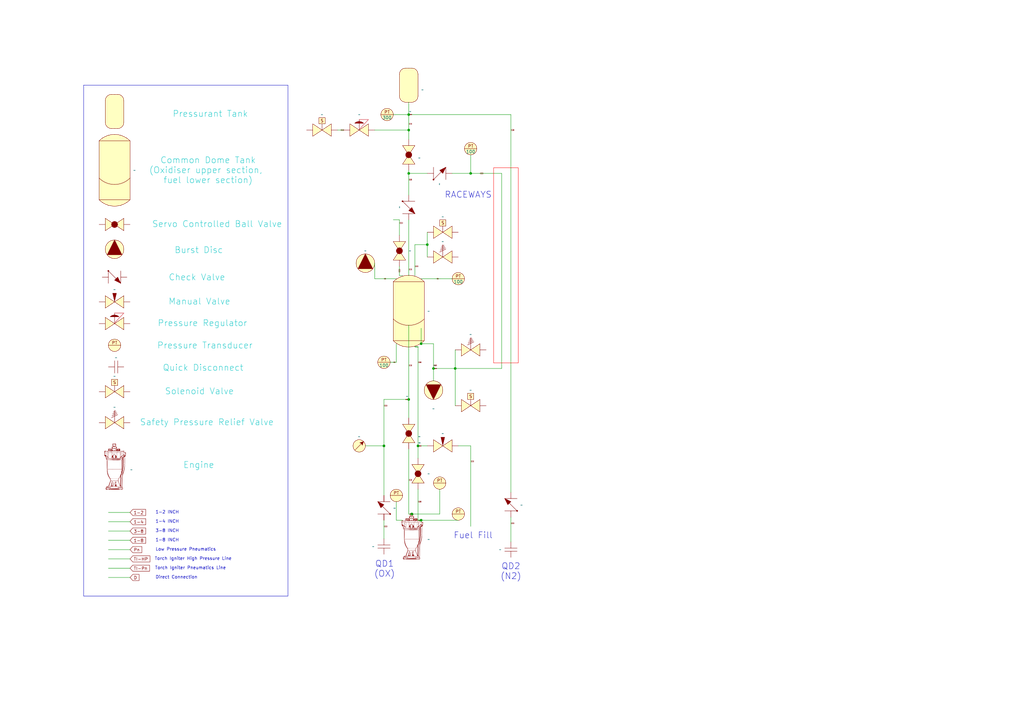
<source format=kicad_sch>
(kicad_sch (version 20250114) (generator "eeschema") (generator_version "9.0")
  (paper "A3")
  (lib_symbols
    (symbol "Ball_Valve_1"
      (property "Reference" "BV" (at 3.81 -4.318 0))
      (symbol "Ball_Valve_1_1_1"
        (pin passive line (at -2.54 0 0) (length 2.54) (name "") (number ""))
        (pin passive line (at 10.16 0 180) (length 2.54) (name "") (number ""))
      )
    )
    (symbol "Ball_Valve_2"
      (property "Reference" "BV" (at 3.81 -4.318 0))
      (symbol "Ball_Valve_2_1_1"
        (pin passive line (at -2.54 0 0) (length 2.54) (name "") (number ""))
        (pin passive line (at 10.16 0 180) (length 2.54) (name "") (number ""))
      )
    )
    (symbol "Ball_Valve_3"
      (property "Reference" "BV" (at 3.81 -4.318 0))
      (symbol "Ball_Valve_3_1_1"
        (pin passive line (at -2.54 0 0) (length 2.54) (name "") (number ""))
        (pin passive line (at 10.16 0 180) (length 2.54) (name "") (number ""))
      )
    )
    (symbol "Ball_Valve_4"
      (property "Reference" "BV" (at 3.81 -4.318 0))
      (symbol "Ball_Valve_4_1_1"
        (pin passive line (at -2.54 0 0) (length 2.54) (name "") (number ""))
        (pin passive line (at 10.16 0 180) (length 2.54) (name "") (number ""))
      )
    )
    (symbol "Burst_Disc_1"
      (property "Reference" "Burst_Disc" (at 0 -5.334 0))
      (symbol "Burst_Disc_1_1_1"
        (pin passive line (at -3.81 0 0) (length 0) (name "") (number ""))
        (pin passive line (at 0 -3.81 90) (length 0) (name "") (number ""))
        (pin passive line (at 3.81 0 180) (length 0) (name "") (number ""))
      )
    )
    (symbol "Burst_Disc_2"
      (property "Reference" "Burst_Disc" (at 0 -5.334 0))
      (symbol "Burst_Disc_2_1_1"
        (pin passive line (at -3.81 0 0) (length 0) (name "") (number ""))
        (pin passive line (at 0 -3.81 90) (length 0) (name "") (number ""))
        (pin passive line (at 3.81 0 180) (length 0) (name "") (number ""))
      )
    )
    (symbol "Check_Valve_1"
      (property "Reference" "CV" (at 2.54 -4.064 0))
      (symbol "Check_Valve_1_1_1"
        (pin bidirectional line (at -2.54 0 0) (length 2.54) (name "") (number ""))
        (pin bidirectional line (at 7.62 0 180) (length 2.54) (name "") (number ""))
      )
    )
    (symbol "Check_Valve_2"
      (property "Reference" "CV" (at 2.54 -4.064 0))
      (symbol "Check_Valve_2_1_1"
        (pin bidirectional line (at -2.54 0 0) (length 2.54) (name "") (number ""))
        (pin bidirectional line (at 7.62 0 180) (length 2.54) (name "") (number ""))
      )
    )
    (symbol "Check_Valve_3"
      (property "Reference" "CV" (at 2.54 -4.064 0))
      (symbol "Check_Valve_3_1_1"
        (pin bidirectional line (at -2.54 0 0) (length 2.54) (name "") (number ""))
        (pin bidirectional line (at 7.62 0 180) (length 2.54) (name "") (number ""))
      )
    )
    (symbol "Check_Valve_4"
      (property "Reference" "CV" (at 2.54 -4.064 0))
      (symbol "Check_Valve_4_1_1"
        (pin bidirectional line (at -2.54 0 0) (length 2.54) (name "") (number ""))
        (pin bidirectional line (at 7.62 0 180) (length 2.54) (name "") (number ""))
      )
    )
    (symbol "Common_Dome_Tank_1" (pin_numbers (hide yes)) (pin_names (hide yes))
      (symbol "Common_Dome_Tank_1_1_1"
        (pin passive line (at -5.08 8.89 270) (length 0) (name "") (number ""))
        (pin passive line (at -5.08 -17.78 90) (length 0) (name "") (number ""))
        (pin passive line (at -2.54 10.16 270) (length 0) (name "") (number ""))
        (pin passive line (at -2.54 -19.05 90) (length 0) (name "") (number ""))
        (pin passive line (at 0 10.16 270) (length 0) (name "") (number ""))
        (pin passive line (at 0 -10.16 90) (length 0) (name "") (number ""))
        (pin passive line (at 2.54 10.16 270) (length 0) (name "") (number ""))
        (pin passive line (at 2.54 -19.05 90) (length 0) (name "") (number ""))
        (pin passive line (at 5.08 8.89 270) (length 0) (name "") (number ""))
        (pin passive line (at 5.08 -17.78 90) (length 0) (name "") (number ""))
      )
    )
    (symbol "Engine_1"
      (property "Reference" "Engine" (at 0 0 0))
      (symbol "Engine_1_1_1"
        (pin input line (at -3.81 3.81 0) (length 0) (name "") (number ""))
        (pin input line (at 0 6.35 0) (length 0) (name "") (number ""))
        (pin input line (at 3.81 3.81 0) (length 0) (name "") (number ""))
      )
    )
    (symbol "Needle_Valve_1"
      (property "Reference" "Needle_Valve" (at 3.556 -3.81 0))
      (symbol "Needle_Valve_1_1_1"
        (pin passive line (at -2.54 0 0) (length 2.54) (name "") (number ""))
        (pin passive line (at 10.16 0 180) (length 2.54) (name "") (number ""))
      )
    )
    (symbol "PID_symbols:Ball_Valve"
      (property "Reference" "BV" (at 3.81 -4.318 0))
      (symbol "Ball_Valve_1_1"
        (pin passive line (at -2.54 0 0) (length 2.54) (name "") (number ""))
        (pin passive line (at 10.16 0 180) (length 2.54) (name "") (number ""))
      )
    )
    (symbol "PID_symbols:Burst_Disc"
      (property "Reference" "Burst_Disc" (at 0 -5.334 0))
      (symbol "Burst_Disc_1_1"
        (pin passive line (at -3.81 0 0) (length 0) (name "") (number ""))
        (pin passive line (at 0 -3.81 90) (length 0) (name "") (number ""))
        (pin passive line (at 3.81 0 180) (length 0) (name "") (number ""))
      )
    )
    (symbol "PID_symbols:Check_Valve"
      (property "Reference" "CV" (at 2.54 -4.064 0))
      (symbol "Check_Valve_1_1"
        (pin bidirectional line (at -2.54 0 0) (length 2.54) (name "") (number ""))
        (pin bidirectional line (at 7.62 0 180) (length 2.54) (name "") (number ""))
      )
    )
    (symbol "PID_symbols:Common_Dome_Tank"
      (symbol "Common_Dome_Tank_1_1"
        (pin passive line (at -5.08 8.89 270) (length 0) (name "") (number ""))
        (pin passive line (at -5.08 -17.78 90) (length 0) (name "") (number ""))
        (pin passive line (at -2.54 10.16 270) (length 0) (name "") (number ""))
        (pin passive line (at -2.54 -19.05 90) (length 0) (name "") (number ""))
        (pin passive line (at 0 10.16 270) (length 0) (name "") (number ""))
        (pin passive line (at 0 -10.16 90) (length 0) (name "") (number ""))
        (pin passive line (at 2.54 10.16 270) (length 0) (name "") (number ""))
        (pin passive line (at 2.54 -19.05 90) (length 0) (name "") (number ""))
        (pin passive line (at 5.08 8.89 270) (length 0) (name "") (number ""))
        (pin passive line (at 5.08 -17.78 90) (length 0) (name "") (number ""))
      )
    )
    (symbol "PID_symbols:Engine"
      (property "Reference" "Engine" (at 0 0 0))
      (symbol "Engine_1_1"
        (pin input line (at -3.81 3.81 0) (length 0) (name "") (number ""))
        (pin input line (at 0 6.35 0) (length 0) (name "") (number ""))
        (pin input line (at 3.81 3.81 0) (length 0) (name "") (number ""))
      )
    )
    (symbol "PID_symbols:Manual_Pressure_Gauge"
      (property "Reference" "Manual_Pressure_Gauge" (at 0 -3.81 0))
      (symbol "Manual_Pressure_Gauge_1_1"
        (pin passive line (at -2.54 0 0) (length 0) (name "") (number ""))
        (pin passive line (at 2.54 0 180) (length 0) (name "") (number ""))
      )
    )
    (symbol "PID_symbols:Needle_Valve"
      (property "Reference" "Needle_Valve" (at 3.556 -3.81 0))
      (symbol "Needle_Valve_1_1"
        (pin passive line (at -2.54 0 0) (length 2.54) (name "") (number ""))
        (pin passive line (at 10.16 0 180) (length 2.54) (name "") (number ""))
      )
    )
    (symbol "PID_symbols:Pressure_Regulator"
      (property "Reference" "Reg" (at 3.81 -2.54 0))
      (symbol "Pressure_Regulator_1_1"
        (pin passive line (at -2.54 0 0) (length 2.54) (name "") (number ""))
        (pin passive line (at 10.16 0 180) (length 2.54) (name "") (number ""))
      )
    )
    (symbol "PID_symbols:Pressure_Transducer"
      (property "Reference" "PT" (at 0 -3.81 0))
      (symbol "Pressure_Transducer_1_1"
        (text "PT\n" (at 0 1.016 0) (effects (font (size 1.27 1.27))))
        (pin passive line (at -2.54 0 0) (length 0) (name "") (number ""))
        (pin passive line (at 0 -2.54 90) (length 0) (name "") (number ""))
        (pin passive line (at 2.54 0 180) (length 0) (name "") (number ""))
      )
    )
    (symbol "PID_symbols:Quick_Disconnect"
      (property "Reference" "QD" (at 0.762 -4.572 0))
      (symbol "Quick_Disconnect_1_1"
        (pin passive line (at -2.54 0 0) (length 2.54) (name "") (number ""))
        (pin passive line (at 3.81 0 180) (length 2.54) (name "") (number ""))
      )
    )
    (symbol "PID_symbols:SPRV"
      (property "Reference" "SPRV" (at 3.556 -3.302 0))
      (symbol "SPRV_1_1"
        (pin passive line (at -2.54 0 0) (length 2.54) (name "") (number ""))
        (pin passive line (at 10.16 0 180) (length 2.54) (name "") (number ""))
      )
    )
    (symbol "PID_symbols:Solenoid"
      (property "Reference" "Solenoid" (at 3.81 -3.81 0))
      (symbol "Solenoid_1_1"
        (text "S\n" (at 3.81 3.81 0) (effects (font (size 1.27 1.27))))
        (pin passive line (at -2.54 0 0) (length 2.54) (name "") (number ""))
        (pin passive line (at 10.16 0 180) (length 2.54) (name "") (number ""))
      )
    )
    (symbol "PID_symbols:Tank"
      (property "Reference" "T" (at 6.35 5.08 0))
      (symbol "Tank_1_1"
        (pin passive line (at 1.27 11.43 270) (length 0) (name "") (number ""))
        (pin passive line (at 1.27 -2.54 90) (length 0) (name "") (number ""))
      )
    )
    (symbol "PID_symbols:stop" (in_bom no) (on_board no)
      (symbol "stop_1_1"
        (pin bidirectional line (at -1.27 0 0) (length 0) (name "") (number ""))
        (pin bidirectional line (at 0 0 180) (length 0) (name "") (number ""))
      )
    )
    (symbol "Pressure_Regulator_1"
      (property "Reference" "Reg" (at 3.81 -2.54 0))
      (symbol "Pressure_Regulator_1_1_1"
        (pin passive line (at -2.54 0 0) (length 2.54) (name "") (number ""))
        (pin passive line (at 10.16 0 180) (length 2.54) (name "") (number ""))
      )
    )
    (symbol "Pressure_Transducer_1"
      (property "Reference" "PT" (at 0 -3.81 0))
      (symbol "Pressure_Transducer_1_1_1"
        (text "PT\n" (at 0 1.016 0) (effects (font (size 1.27 1.27))))
        (pin passive line (at -2.54 0 0) (length 0) (name "") (number ""))
        (pin passive line (at 0 -2.54 90) (length 0) (name "") (number ""))
        (pin passive line (at 2.54 0 180) (length 0) (name "") (number ""))
      )
    )
    (symbol "Pressure_Transducer_2"
      (property "Reference" "PT" (at 0 -3.81 0))
      (symbol "Pressure_Transducer_2_1_1"
        (text "PT\n" (at 0 1.016 0) (effects (font (size 1.27 1.27))))
        (pin passive line (at -2.54 0 0) (length 0) (name "") (number ""))
        (pin passive line (at 0 -2.54 90) (length 0) (name "") (number ""))
        (pin passive line (at 2.54 0 180) (length 0) (name "") (number ""))
      )
    )
    (symbol "Pressure_Transducer_3"
      (property "Reference" "PT" (at 0 -3.81 0))
      (symbol "Pressure_Transducer_3_1_1"
        (text "PT\n" (at 0 1.016 0) (effects (font (size 1.27 1.27))))
        (pin passive line (at -2.54 0 0) (length 0) (name "") (number ""))
        (pin passive line (at 0 -2.54 90) (length 0) (name "") (number ""))
        (pin passive line (at 2.54 0 180) (length 0) (name "") (number ""))
      )
    )
    (symbol "Pressure_Transducer_4"
      (property "Reference" "PT" (at 0 -3.81 0))
      (symbol "Pressure_Transducer_4_1_1"
        (text "PT\n" (at 0 1.016 0) (effects (font (size 1.27 1.27))))
        (pin passive line (at -2.54 0 0) (length 0) (name "") (number ""))
        (pin passive line (at 0 -2.54 90) (length 0) (name "") (number ""))
        (pin passive line (at 2.54 0 180) (length 0) (name "") (number ""))
      )
    )
    (symbol "Pressure_Transducer_5"
      (property "Reference" "PT" (at 0 -3.81 0))
      (symbol "Pressure_Transducer_5_1_1"
        (text "PT\n" (at 0 1.016 0) (effects (font (size 1.27 1.27))))
        (pin passive line (at -2.54 0 0) (length 0) (name "") (number ""))
        (pin passive line (at 0 -2.54 90) (length 0) (name "") (number ""))
        (pin passive line (at 2.54 0 180) (length 0) (name "") (number ""))
      )
    )
    (symbol "Pressure_Transducer_6"
      (property "Reference" "PT" (at 0 -3.81 0))
      (symbol "Pressure_Transducer_6_1_1"
        (text "PT\n" (at 0 1.016 0) (effects (font (size 1.27 1.27))))
        (pin passive line (at -2.54 0 0) (length 0) (name "") (number ""))
        (pin passive line (at 0 -2.54 90) (length 0) (name "") (number ""))
        (pin passive line (at 2.54 0 180) (length 0) (name "") (number ""))
      )
    )
    (symbol "Pressure_Transducer_7"
      (property "Reference" "PT" (at 0 -3.81 0))
      (symbol "Pressure_Transducer_7_1_1"
        (text "PT\n" (at 0 1.016 0) (effects (font (size 1.27 1.27))))
        (pin passive line (at -2.54 0 0) (length 0) (name "") (number ""))
        (pin passive line (at 0 -2.54 90) (length 0) (name "") (number ""))
        (pin passive line (at 2.54 0 180) (length 0) (name "") (number ""))
      )
    )
    (symbol "Quick_Disconnect_1"
      (property "Reference" "QD" (at 0.762 -4.572 0))
      (symbol "Quick_Disconnect_1_1_1"
        (pin passive line (at -2.54 0 0) (length 2.54) (name "") (number ""))
        (pin passive line (at 3.81 0 180) (length 2.54) (name "") (number ""))
      )
    )
    (symbol "Quick_Disconnect_2"
      (property "Reference" "QD" (at 0.762 -4.572 0))
      (symbol "Quick_Disconnect_2_1_1"
        (pin passive line (at -2.54 0 0) (length 2.54) (name "") (number ""))
        (pin passive line (at 3.81 0 180) (length 2.54) (name "") (number ""))
      )
    )
    (symbol "SPRV_1"
      (property "Reference" "SPRV" (at 3.556 -3.302 0))
      (symbol "SPRV_1_1_1"
        (pin passive line (at -2.54 0 0) (length 2.54) (name "") (number ""))
        (pin passive line (at 10.16 0 180) (length 2.54) (name "") (number ""))
      )
    )
    (symbol "SPRV_2"
      (property "Reference" "SPRV" (at 3.556 -3.302 0))
      (symbol "SPRV_2_1_1"
        (pin passive line (at -2.54 0 0) (length 2.54) (name "") (number ""))
        (pin passive line (at 10.16 0 180) (length 2.54) (name "") (number ""))
      )
    )
    (symbol "Solenoid_1"
      (property "Reference" "Solenoid" (at 3.81 -3.81 0))
      (symbol "Solenoid_1_1_1"
        (text "S\n" (at 3.81 3.81 0) (effects (font (size 1.27 1.27))))
        (pin passive line (at -2.54 0 0) (length 2.54) (name "") (number ""))
        (pin passive line (at 10.16 0 180) (length 2.54) (name "") (number ""))
      )
    )
    (symbol "Solenoid_2"
      (property "Reference" "Solenoid" (at 3.81 -3.81 0))
      (symbol "Solenoid_2_1_1"
        (text "S\n" (at 3.81 3.81 0) (effects (font (size 1.27 1.27))))
        (pin passive line (at -2.54 0 0) (length 2.54) (name "") (number ""))
        (pin passive line (at 10.16 0 180) (length 2.54) (name "") (number ""))
      )
    )
    (symbol "Solenoid_3"
      (property "Reference" "Solenoid" (at 3.81 -3.81 0))
      (symbol "Solenoid_3_1_1"
        (text "S\n" (at 3.81 3.81 0) (effects (font (size 1.27 1.27))))
        (pin passive line (at -2.54 0 0) (length 2.54) (name "") (number ""))
        (pin passive line (at 10.16 0 180) (length 2.54) (name "") (number ""))
      )
    )
    (symbol "Tank_1"
      (property "Reference" "T" (at 6.35 5.08 0))
      (symbol "Tank_1_1_1"
        (pin passive line (at 1.27 11.43 270) (length 0) (name "") (number ""))
        (pin passive line (at 1.27 -2.54 90) (length 0) (name "") (number ""))
      )
    )
    (symbol "stop_1" (in_bom no) (on_board no)
      (symbol "stop_1_1_1"
        (pin bidirectional line (at -1.27 0 0) (length 0) (name "") (number ""))
        (pin bidirectional line (at 0 0 180) (length 0) (name "") (number ""))
      )
    )
    (symbol "stop_2" (in_bom no) (on_board no)
      (symbol "stop_2_1_1"
        (pin bidirectional line (at -1.27 0 0) (length 0) (name "") (number ""))
        (pin bidirectional line (at 0 0 180) (length 0) (name "") (number ""))
      )
    )
    (symbol "stop_3" (in_bom no) (on_board no)
      (symbol "stop_3_1_1"
        (pin bidirectional line (at -1.27 0 0) (length 0) (name "") (number ""))
        (pin bidirectional line (at 0 0 180) (length 0) (name "") (number ""))
      )
    )
  )
  (rectangle (start 202.438 68.834) (end 212.598 148.844) (stroke (width 0) (color 255 0 0 1)))
  (rectangle (start 34.29 34.925) (end 118.11 244.475))
  (text "Solenoid Valve" (at 81.788 160.655 0) (effects (font (size 2.54 2.54))))
  (text "Torch Igniter Pneumatics Line" (at 78.105 233.045 0) (effects (font (size 1.27 1.27))))
  (text "Safety Pressure Relief Valve\n" (at 84.836 173.355 0) (effects (font (size 2.54 2.54))))
  (text "Quick Disconnect\n" (at 83.312 151.003 0) (effects (font (size 2.54 2.54))))
  (text "Pressure Transducer" (at 84.074 141.859 0) (effects (font (size 2.54 2.54))))
  (text "1-8 INCH\n" (at 68.58 221.615 0) (effects (font (size 1.27 1.27))))
  (text "3-8 INCH\n" (at 68.58 217.805 0) (effects (font (size 1.27 1.27))))
  (text "Manual Valve" (at 81.788 123.825 0) (effects (font (size 2.54 2.54))))
  (text "1-4 INCH\n" (at 68.58 213.995 0) (effects (font (size 1.27 1.27))))
  (text "QD1\n(OX)\n" (at 157.734 233.426 0) (effects (font (size 2.54 2.54))))
  (text "Fuel Fill\n" (at 194.056 219.71 0) (effects (font (size 2.54 2.54))))
  (text "Direct Connection" (at 72.39 236.855 0) (effects (font (size 1.27 1.27))))
  (text "Engine\n" (at 81.534 190.881 0) (effects (font (size 2.54 2.54))))
  (text "Low Pressure Pneumatics" (at 76.2 225.425 0) (effects (font (size 1.27 1.27))))
  (text " Torch Igniter High Pressure Line" (at 78.74 229.235 0) (effects (font (size 1.27 1.27))))
  (text "1-2 INCH\n" (at 68.58 210.185 0) (effects (font (size 1.27 1.27))))
  (text "QD2\n(N2)\n" (at 209.55 234.442 0) (effects (font (size 2.54 2.54))))
  (text "Common Dome Tank\n(Oxidiser upper section, \nfuel lower section)\n" (at 85.344 69.977 0) (effects (font (size 2.54 2.54))))
  (text "RACEWAYS" (at 192.024 80.01 0) (effects (font (size 2.54 2.54))))
  (junction (at 175.26 100.33))
  (junction (at 172.72 140.97))
  (junction (at 172.72 213.36))
  (junction (at 186.69 151.13))
  (junction (at 167.64 53.34))
  (junction (at 167.64 71.12))
  (junction (at 167.64 46.99))
  (junction (at 177.8 151.13))
  (junction (at 167.64 163.83))
  (junction (at 193.04 71.12))
  (junction (at 157.48 182.88))
  (junction (at 168.91 210.82))
  (junction (at 171.45 182.88))
  (wire (pts (xy 163.83 113.03) (xy 165.1 113.03)))
  (wire (pts (xy 161.29 46.99) (xy 167.64 46.99)))
  (wire (pts (xy 162.56 213.36) (xy 165.1 213.36)))
  (wire (pts (xy 171.45 142.24) (xy 171.45 182.88)))
  (wire (pts (xy 171.45 200.66) (xy 171.45 213.36)))
  (wire (pts (xy 185.42 71.12) (xy 193.04 71.12)))
  (wire (pts (xy 168.91 46.99) (xy 209.55 46.99)))
  (wire (pts (xy 44.45 213.995) (xy 53.34 213.995)))
  (wire (pts (xy 162.56 114.3) (xy 153.67 114.3)))
  (wire (pts (xy 167.64 71.12) (xy 167.64 80.01)))
  (wire (pts (xy 193.04 182.88) (xy 193.04 215.9)))
  (wire (pts (xy 44.45 221.615) (xy 53.34 221.615)))
  (wire (pts (xy 44.45 225.425) (xy 53.34 225.425)))
  (wire (pts (xy 186.69 143.51) (xy 186.69 151.13)))
  (wire (pts (xy 171.45 213.36) (xy 172.72 213.36)) (stroke (width 0.3) (type dash)))
  (wire (pts (xy 175.26 182.88) (xy 172.72 182.88)))
  (wire (pts (xy 175.26 100.33) (xy 175.26 105.41)))
  (wire (pts (xy 171.45 142.24) (xy 170.18 142.24)) (stroke (width 0.3) (type dash)))
  (wire (pts (xy 171.45 182.88) (xy 171.45 187.96)))
  (wire (pts (xy 167.64 184.15) (xy 167.64 210.82)))
  (wire (pts (xy 166.37 163.83) (xy 157.48 163.83)))
  (wire (pts (xy 180.34 200.66) (xy 180.34 210.82)))
  (wire (pts (xy 167.64 69.85) (xy 167.64 71.12)))
  (wire (pts (xy 44.45 217.805) (xy 53.34 217.805)))
  (wire (pts (xy 157.48 163.83) (xy 157.48 182.88)))
  (wire (pts (xy 177.8 151.13) (xy 177.8 156.21)))
  (wire (pts (xy 44.45 233.045) (xy 53.34 233.045)))
  (wire (pts (xy 179.07 151.13) (xy 186.69 151.13)))
  (wire (pts (xy 167.64 163.83) (xy 167.64 171.45)))
  (wire (pts (xy 170.18 100.33) (xy 175.26 100.33)))
  (wire (pts (xy 163.83 90.17) (xy 163.83 96.52)))
  (wire (pts (xy 186.69 151.13) (xy 186.69 166.37)))
  (wire (pts (xy 162.56 148.59) (xy 162.56 140.97)))
  (wire (pts (xy 172.72 134.62) (xy 172.72 140.97)))
  (wire (pts (xy 167.64 210.82) (xy 168.91 210.82)))
  (wire (pts (xy 193.04 71.12) (xy 205.74 71.12)))
  (wire (pts (xy 138.43 53.34) (xy 140.97 53.34)))
  (wire (pts (xy 153.67 53.34) (xy 167.64 53.34)))
  (wire (pts (xy 177.8 140.97) (xy 177.8 151.13)))
  (wire (pts (xy 167.64 46.99) (xy 167.64 53.34)))
  (wire (pts (xy 186.69 151.13) (xy 205.74 151.13)))
  (wire (pts (xy 149.86 182.88) (xy 157.48 182.88)))
  (wire (pts (xy 193.04 63.5) (xy 193.04 71.12)))
  (wire (pts (xy 44.45 210.185) (xy 53.34 210.185)))
  (wire (pts (xy 187.96 182.88) (xy 193.04 182.88)))
  (wire (pts (xy 157.48 182.88) (xy 157.48 203.2)))
  (wire (pts (xy 209.55 46.99) (xy 209.55 201.93)))
  (wire (pts (xy 187.96 213.36) (xy 172.72 213.36)))
  (wire (pts (xy 160.02 148.59) (xy 162.56 148.59)))
  (wire (pts (xy 153.67 114.3) (xy 153.67 107.95)))
  (wire (pts (xy 167.64 133.35) (xy 167.64 163.83)))
  (wire (pts (xy 44.45 236.855) (xy 53.34 236.855)))
  (wire (pts (xy 205.74 71.12) (xy 205.74 151.13)))
  (wire (pts (xy 44.45 229.235) (xy 53.34 229.235)))
  (wire (pts (xy 162.56 205.74) (xy 162.56 213.36)))
  (wire (pts (xy 167.64 57.15) (xy 167.64 53.34)))
  (wire (pts (xy 167.64 41.91) (xy 167.64 46.99)))
  (wire (pts (xy 170.18 113.03) (xy 170.18 100.33)))
  (wire (pts (xy 163.83 109.22) (xy 163.83 113.03)))
  (wire (pts (xy 209.55 212.09) (xy 209.55 222.25)))
  (wire (pts (xy 161.29 90.17) (xy 163.83 90.17)))
  (wire (pts (xy 157.48 213.36) (xy 157.48 220.98)))
  (wire (pts (xy 167.64 90.17) (xy 167.64 113.03)))
  (wire (pts (xy 180.34 210.82) (xy 168.91 210.82)))
  (wire (pts (xy 172.72 140.97) (xy 177.8 140.97)))
  (wire (pts (xy 175.26 100.33) (xy 175.26 95.25)))
  (wire (pts (xy 172.72 114.3) (xy 185.42 114.3)))
  (wire (pts (xy 167.64 71.12) (xy 175.26 71.12)))
  (global_label "TI-HP" (shape input) (at 53.34 229.235 0) (property "Intersheetrefs" "${INTERSHEET_REFS}" (effects (hide yes))))
  (global_label "1-8" (shape input) (at 209.55 53.34 0) (effects (font (size 0.254 0.254))) (property "Intersheetrefs" "${INTERSHEET_REFS}" (effects (hide yes))))
  (global_label "TI-Pn" (shape input) (at 53.34 233.045 0) (property "Intersheetrefs" "${INTERSHEET_REFS}" (effects (hide yes))))
  (global_label "1-4" (shape input) (at 53.34 213.995 0) (property "Intersheetrefs" "${INTERSHEET_REFS}" (effects (hide yes))))
  (global_label "1-2" (shape input) (at 177.8 149.86 0) (effects (font (size 0.254 0.254))) (property "Intersheetrefs" "${INTERSHEET_REFS}" (effects (hide yes))))
  (global_label "1-4" (shape input) (at 163.83 91.44 0) (effects (font (size 0.254 0.254))) (property "Intersheetrefs" "${INTERSHEET_REFS}" (effects (hide yes))))
  (global_label "3-8" (shape input) (at 53.34 217.805 0) (property "Intersheetrefs" "${INTERSHEET_REFS}" (effects (hide yes))))
  (global_label "1-2" (shape input) (at 167.64 149.86 0) (effects (font (size 0.254 0.254))) (property "Intersheetrefs" "${INTERSHEET_REFS}" (effects (hide yes))))
  (global_label "1-4" (shape input) (at 139.7 53.34 0) (effects (font (size 0.254 0.254))) (property "Intersheetrefs" "${INTERSHEET_REFS}" (effects (hide yes))))
  (global_label "1-4" (shape input) (at 157.48 215.9 0) (effects (font (size 0.254 0.254))) (property "Intersheetrefs" "${INTERSHEET_REFS}" (effects (hide yes))))
  (global_label "1-4" (shape input) (at 193.04 189.23 0) (effects (font (size 0.254 0.254))) (property "Intersheetrefs" "${INTERSHEET_REFS}" (effects (hide yes))))
  (global_label "1-2" (shape input) (at 53.34 210.185 0) (property "Intersheetrefs" "${INTERSHEET_REFS}" (effects (hide yes))))
  (global_label "3-8" (shape input) (at 171.45 205.74 0) (effects (font (size 0.254 0.254))) (property "Intersheetrefs" "${INTERSHEET_REFS}" (effects (hide yes))))
  (global_label "D" (shape input) (at 179.07 114.3 0) (effects (font (size 0.254 0.254))) (property "Intersheetrefs" "${INTERSHEET_REFS}" (effects (hide yes))))
  (global_label "1-4" (shape input) (at 157.48 166.37 0) (effects (font (size 0.254 0.254))) (property "Intersheetrefs" "${INTERSHEET_REFS}" (effects (hide yes))))
  (global_label "D" (shape input) (at 157.48 114.3 0) (effects (font (size 0.254 0.254))) (property "Intersheetrefs" "${INTERSHEET_REFS}" (effects (hide yes))))
  (global_label "1-4" (shape input) (at 170.18 109.22 0) (effects (font (size 0.254 0.254))) (property "Intersheetrefs" "${INTERSHEET_REFS}" (effects (hide yes))))
  (global_label "1-8" (shape input) (at 53.34 221.615 0) (property "Intersheetrefs" "${INTERSHEET_REFS}" (effects (hide yes))))
  (global_label "3-8" (shape input) (at 171.45 148.59 0) (effects (font (size 0.254 0.254))) (property "Intersheetrefs" "${INTERSHEET_REFS}" (effects (hide yes))))
  (global_label "1-4" (shape input) (at 163.83 111.76 90) (effects (font (size 0.254 0.254))) (property "Intersheetrefs" "${INTERSHEET_REFS}" (effects (hide yes))))
  (global_label "D" (shape input) (at 53.34 236.855 0) (property "Intersheetrefs" "${INTERSHEET_REFS}" (effects (hide yes))))
  (global_label "1-4" (shape input) (at 209.55 214.63 0) (effects (font (size 0.254 0.254))) (property "Intersheetrefs" "${INTERSHEET_REFS}" (effects (hide yes))))
  (global_label "D" (shape input) (at 161.29 148.59 0) (effects (font (size 0.254 0.254))) (property "Intersheetrefs" "${INTERSHEET_REFS}" (effects (hide yes))))
  (global_label "Pn" (shape input) (at 53.34 225.425 0) (property "Intersheetrefs" "${INTERSHEET_REFS}" (effects (hide yes))))
  (global_label "1-2" (shape input) (at 167.64 196.85 0) (effects (font (size 0.254 0.254))) (property "Intersheetrefs" "${INTERSHEET_REFS}" (effects (hide yes))))
  (global_label "3-8" (shape input) (at 167.64 73.66 0) (effects (font (size 0.254 0.254))) (property "Intersheetrefs" "${INTERSHEET_REFS}" (effects (hide yes))))
  (global_label "1-4" (shape input) (at 167.64 50.8 0) (effects (font (size 0.254 0.254))) (property "Intersheetrefs" "${INTERSHEET_REFS}" (effects (hide yes))))
  (global_label "1-4" (shape input) (at 167.64 110.49 0) (effects (font (size 0.254 0.254))) (property "Intersheetrefs" "${INTERSHEET_REFS}" (effects (hide yes))))
  (global_label "1-4" (shape input) (at 196.85 71.12 0) (effects (font (size 0.254 0.254))) (property "Intersheetrefs" "${INTERSHEET_REFS}" (effects (hide yes))))
  (symbol (lib_name "Ball_Valve_1") (lib_id "PID_symbols:Ball_Valve") (at 171.45 198.12 90) (unit 1)
    (property "Reference" "Ball_Valve6" (effects (hide yes)))
    (property "Value" "~" (at 175.26 194.31 90) (effects (justify right)))
  )
  (symbol (lib_name "Burst_Disc_2") (lib_id "PID_symbols:Burst_Disc") (at 46.99 102.235 0) (unit 1)
    (property "Reference" "BurstDisc2" (effects (hide yes)))
    (property "Value" "Burst Disc" (at 81.534 102.489 0) (effects (font (size 2.54 2.54))))
  )
  (symbol (lib_name "Solenoid_2") (lib_id "PID_symbols:Solenoid") (at 128.27 53.34 0) (unit 1)
    (property "Reference" "Solenoid9" (effects (hide yes)))
    (property "Value" "~" (at 132.08 46.99 0))
  )
  (symbol (lib_name "Check_Valve_4") (lib_id "PID_symbols:Check_Valve") (at 44.45 113.665 0) (unit 1)
    (property "Reference" "Check_Valve8" (effects (hide yes)))
    (property "Value" "Check Valve" (at 80.772 113.665 0) (effects (font (size 2.54 2.54))))
  )
  (symbol (lib_name "stop_2") (lib_id "PID_symbols:stop") (at 172.72 182.88 0) (unit 1) (in_bom no) (on_board no)
    (property "Reference" "U23" (effects (hide yes)))
    (property "Value" "~" (at 172.085 181.61 0))
  )
  (symbol (lib_name "Pressure_Transducer_2") (lib_id "PID_symbols:Pressure_Transducer") (at 193.04 60.96 0) (unit 1)
    (property "Reference" "PT49" (effects (hide yes)))
    (property "Value" "100" (at 193.04 62.23 0))
  )
  (symbol (lib_name "Solenoid_3") (lib_id "PID_symbols:Solenoid") (at 177.8 95.25 0) (unit 1)
    (property "Reference" "Solenoid10" (effects (hide yes)))
    (property "Value" "~" (at 181.61 88.9 0))
  )
  (symbol (lib_id "PID_symbols:Burst_Disc") (at 149.86 107.95 0) (unit 1)
    (property "Reference" "Burst_Disc12" (effects (hide yes)))
    (property "Value" "~" (at 149.86 102.87 0))
  )
  (symbol (lib_id "PID_symbols:Needle_Valve") (at 43.18 123.825 0) (unit 1)
    (property "Reference" "Needle_Valve7" (effects (hide yes)))
    (property "Value" "~" (at 46.99 118.745 0))
  )
  (symbol (lib_name "Ball_Valve_2") (lib_id "PID_symbols:Ball_Valve") (at 163.83 106.68 90) (unit 1)
    (property "Reference" "Ball_Valve4" (effects (hide yes)))
    (property "Value" "~" (at 167.64 102.87 90) (effects (justify right)))
  )
  (symbol (lib_name "Quick_Disconnect_1") (lib_id "PID_symbols:Quick_Disconnect") (at 157.48 223.52 270) (unit 1)
    (property "Reference" "QD17" (effects (hide yes)))
    (property "Value" "~" (at 153.67 224.155 90) (effects (justify right)))
  )
  (symbol (lib_name "Check_Valve_2") (lib_id "PID_symbols:Check_Valve") (at 167.64 82.55 90) (mirror x) (unit 1)
    (property "Reference" "Check_Valve7" (effects (hide yes)))
    (property "Value" "~" (at 163.83 84.963 0))
  )
  (symbol (lib_name "Ball_Valve_3") (lib_id "PID_symbols:Ball_Valve") (at 43.18 92.075 0) (unit 1)
    (property "Reference" "Ball_Valve(ServoControlled)2" (effects (hide yes)))
    (property "Value" "Servo Controlled Ball Valve" (at 62.23 91.821 0) (effects (font (size 2.54 2.54)) (justify left)))
  )
  (symbol (lib_name "Pressure_Regulator_1") (lib_id "PID_symbols:Pressure_Regulator") (at 143.51 53.34 0) (unit 1)
    (property "Reference" "Reg14" (effects (hide yes)))
    (property "Value" "~" (at 147.3825 46.99 0))
    (property "Description" "Pressure Regulator" (effects (hide yes)))
  )
  (symbol (lib_name "Quick_Disconnect_2") (lib_id "PID_symbols:Quick_Disconnect") (at 209.55 224.79 270) (unit 1)
    (property "Reference" "QD18" (effects (hide yes)))
    (property "Value" "~" (at 205.74 225.425 90) (effects (justify right)))
  )
  (symbol (lib_name "Solenoid_1") (lib_id "PID_symbols:Solenoid") (at 189.23 166.37 0) (unit 1)
    (property "Reference" "Solenoid12" (effects (hide yes)))
    (property "Value" "~" (at 193.04 160.02 0))
  )
  (symbol (lib_id "PID_symbols:Quick_Disconnect") (at 46.99 150.495 0) (unit 1)
    (property "Reference" "QD16" (effects (hide yes)))
    (property "Value" "~" (at 47.625 146.685 0))
  )
  (symbol (lib_name "Pressure_Transducer_7") (lib_id "PID_symbols:Pressure_Transducer") (at 180.34 198.12 0) (unit 1)
    (property "Reference" "PT53" (effects (hide yes)))
  )
  (symbol (lib_name "stop_1") (lib_id "PID_symbols:stop") (at 167.64 163.83 0) (unit 1) (in_bom no) (on_board no)
    (property "Reference" "U22" (effects (hide yes)))
    (property "Value" "~" (at 167.005 162.56 0))
  )
  (symbol (lib_id "PID_symbols:SPRV") (at 43.18 173.355 0) (unit 1)
    (property "Reference" "SPRV18" (effects (hide yes)))
    (property "Value" "~" (at 46.99 167.005 0))
  )
  (symbol (lib_name "Pressure_Transducer_5") (lib_id "PID_symbols:Pressure_Transducer") (at 187.96 210.82 0) (unit 1)
    (property "Reference" "PT55" (effects (hide yes)))
  )
  (symbol (lib_name "Common_Dome_Tank_1") (lib_id "PID_symbols:Common_Dome_Tank") (at 46.99 65.405 0) (unit 1)
    (property "Reference" "CommonDomeTank3" (effects (hide yes)))
    (property "Value" "~" (at 54.61 69.8499 0) (effects (justify left)))
  )
  (symbol (lib_name "Ball_Valve_4") (lib_id "PID_symbols:Ball_Valve") (at 167.64 67.31 90) (unit 1)
    (property "Reference" "BV31" (effects (hide yes)))
    (property "Value" "~" (at 171.45 64.77 90) (effects (justify right)))
  )
  (symbol (lib_name "Pressure_Transducer_1") (lib_id "PID_symbols:Pressure_Transducer") (at 157.48 148.59 0) (unit 1)
    (property "Reference" "PT52" (effects (hide yes)))
    (property "Value" "100" (at 157.48 149.86 0))
  )
  (symbol (lib_name "Engine_1") (lib_id "PID_symbols:Engine") (at 46.99 188.595 0) (unit 1)
    (property "Reference" "Engine9" (effects (hide yes)))
    (property "Value" "~" (at 53.34 192.6519 0) (effects (justify left)))
  )
  (symbol (lib_name "Burst_Disc_1") (lib_id "PID_symbols:Burst_Disc") (at 177.8 160.02 180) (unit 1)
    (property "Reference" "Burst_Disc13" (effects (hide yes)))
    (property "Value" "~" (at 177.8 167.64 0))
  )
  (symbol (lib_name "Pressure_Transducer_4") (lib_id "PID_symbols:Pressure_Transducer") (at 158.75 46.99 0) (unit 1)
    (property "Reference" "PT48" (effects (hide yes)))
    (property "Value" "300" (at 158.75 48.26 0))
  )
  (symbol (lib_id "PID_symbols:Engine") (at 168.91 217.17 0) (unit 1)
    (property "Reference" "Engine10" (effects (hide yes)))
    (property "Value" "~" (at 175.26 221.2269 0) (effects (justify left)))
  )
  (symbol (lib_id "PID_symbols:Pressure_Regulator") (at 43.18 132.715 0) (unit 1)
    (property "Reference" "Pressure_Regulator2" (effects (hide yes)))
    (property "Value" "Pressure Regulator" (at 83.058 132.461 0) (effects (font (size 2.54 2.54))))
    (property "Description" "Pressure Regulator" (effects (hide yes)))
  )
  (symbol (lib_name "Check_Valve_1") (lib_id "PID_symbols:Check_Valve") (at 177.8 71.12 0) (mirror x) (unit 1)
    (property "Reference" "Check_Valve6" (effects (hide yes)))
    (property "Value" "~" (at 180.213 74.93 90) (effects (justify left)))
  )
  (symbol (lib_id "PID_symbols:stop") (at 179.07 151.13 0) (unit 1) (in_bom no) (on_board no)
    (property "Reference" "U21" (effects (hide yes)))
    (property "Value" "~" (at 178.435 149.86 0))
  )
  (symbol (lib_name "Pressure_Transducer_6") (lib_id "PID_symbols:Pressure_Transducer") (at 162.56 203.2 0) (unit 1)
    (property "Reference" "PT54" (effects (hide yes)))
  )
  (symbol (lib_name "Check_Valve_3") (lib_id "PID_symbols:Check_Valve") (at 209.55 209.55 270) (mirror x) (unit 1)
    (property "Reference" "Check_Valve9" (effects (hide yes)))
    (property "Value" "~" (at 213.36 207.137 90) (effects (justify left)))
  )
  (symbol (lib_name "Needle_Valve_1") (lib_id "PID_symbols:Needle_Valve") (at 177.8 182.88 0) (unit 1)
    (property "Reference" "Needle_Valve8" (effects (hide yes)))
    (property "Value" "~" (at 181.61 177.8 0))
  )
  (symbol (lib_id "PID_symbols:Solenoid") (at 43.18 160.655 0) (unit 1)
    (property "Reference" "Solenoid11" (effects (hide yes)))
    (property "Value" "~" (at 46.99 154.305 0))
  )
  (symbol (lib_id "PID_symbols:Common_Dome_Tank") (at 167.64 123.19 0) (unit 1)
    (property "Reference" "CommonDomeTank4" (effects (hide yes)))
    (property "Value" "~" (at 175.26 127.6349 0) (effects (justify left)))
  )
  (symbol (lib_id "PID_symbols:Pressure_Transducer") (at 187.96 114.3 0) (unit 1)
    (property "Reference" "PT50" (effects (hide yes)))
    (property "Value" "100" (at 187.96 115.57 0))
  )
  (symbol (lib_id "PID_symbols:Tank") (at 166.37 39.37 0) (unit 1)
    (property "Reference" "NitrogenTank2" (effects (hide yes)))
    (property "Value" "~" (at 172.72 36.83 0) (effects (justify left)))
  )
  (symbol (lib_id "PID_symbols:Check_Valve") (at 157.48 210.82 270) (mirror x) (unit 1)
    (property "Reference" "Check_Valve10" (effects (hide yes)))
    (property "Value" "~" (at 161.29 208.407 90) (effects (justify left)))
  )
  (symbol (lib_name "SPRV_1") (lib_id "PID_symbols:SPRV") (at 189.23 143.51 0) (unit 1)
    (property "Reference" "SPRV17" (effects (hide yes)))
    (property "Value" "~" (at 193.04 137.16 0))
  )
  (symbol (lib_name "stop_3") (lib_id "PID_symbols:stop") (at 168.91 46.99 0) (unit 1) (in_bom no) (on_board no)
    (property "Reference" "U20" (effects (hide yes)))
    (property "Value" "~" (at 168.275 45.72 0))
  )
  (symbol (lib_id "PID_symbols:Ball_Valve") (at 167.64 173.99 270) (unit 1)
    (property "Reference" "Ball_Valve5" (effects (hide yes)))
    (property "Value" "~" (at 171.45 179.07 90) (effects (justify left)))
  )
  (symbol (lib_name "Pressure_Transducer_3") (lib_id "PID_symbols:Pressure_Transducer") (at 46.99 141.605 0) (unit 1)
    (property "Reference" "PT51" (effects (hide yes)))
  )
  (symbol (lib_name "SPRV_2") (lib_id "PID_symbols:SPRV") (at 177.8 105.41 0) (unit 1)
    (property "Reference" "SPRV16" (effects (hide yes)))
    (property "Value" "~" (at 181.61 99.06 0))
  )
  (symbol (lib_id "PID_symbols:Manual_Pressure_Gauge") (at 147.32 182.88 0) (unit 1)
    (property "Reference" "Manual_Pressure_Gauge4" (effects (hide yes)))
    (property "Value" "~" (at 147.32 179.07 0))
  )
  (symbol (lib_name "Tank_1") (lib_id "PID_symbols:Tank") (at 45.72 50.165 0) (unit 1)
    (property "Reference" "Tank2" (effects (hide yes)))
    (property "Value" "Pressurant Tank" (at 70.612 46.609 0) (effects (font (size 2.54 2.54)) (justify left)))
  )
)
</source>
